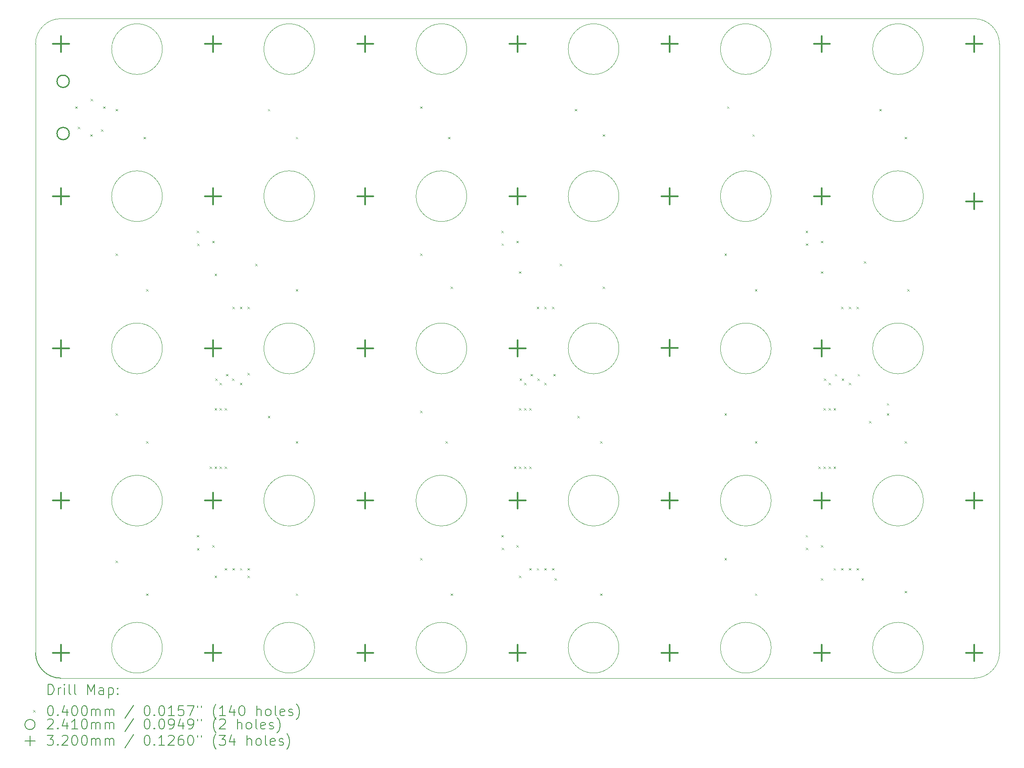
<source format=gbr>
%TF.GenerationSoftware,KiCad,Pcbnew,(6.0.7-1)-1*%
%TF.CreationDate,2023-08-08T09:05:19+02:00*%
%TF.ProjectId,BD-SMD_PD,42442d53-4d44-45f5-9044-2e6b69636164,rev?*%
%TF.SameCoordinates,Original*%
%TF.FileFunction,Drillmap*%
%TF.FilePolarity,Positive*%
%FSLAX45Y45*%
G04 Gerber Fmt 4.5, Leading zero omitted, Abs format (unit mm)*
G04 Created by KiCad (PCBNEW (6.0.7-1)-1) date 2023-08-08 09:05:19*
%MOMM*%
%LPD*%
G01*
G04 APERTURE LIST*
%ADD10C,0.100000*%
%ADD11C,0.200000*%
%ADD12C,0.040000*%
%ADD13C,0.241000*%
%ADD14C,0.320000*%
G04 APERTURE END LIST*
D10*
X13994900Y-16161500D02*
G75*
G03*
X13994900Y-16161500I-500000J0D01*
G01*
X29994900Y-19661500D02*
G75*
G03*
X30494900Y-19161500I0J500000D01*
G01*
X16994900Y-7261500D02*
G75*
G03*
X16994900Y-7261500I-500000J0D01*
G01*
X19994900Y-10161500D02*
G75*
G03*
X19994900Y-10161500I-500000J0D01*
G01*
X28994900Y-13161500D02*
G75*
G03*
X28994900Y-13161500I-500000J0D01*
G01*
X13994900Y-7261500D02*
G75*
G03*
X13994900Y-7261500I-500000J0D01*
G01*
X13994900Y-19061500D02*
G75*
G03*
X13994900Y-19061500I-500000J0D01*
G01*
X25994900Y-16161500D02*
G75*
G03*
X25994900Y-16161500I-500000J0D01*
G01*
X22994900Y-19061500D02*
G75*
G03*
X22994900Y-19061500I-500000J0D01*
G01*
X22994900Y-13161500D02*
G75*
G03*
X22994900Y-13161500I-500000J0D01*
G01*
X25994900Y-13161500D02*
G75*
G03*
X25994900Y-13161500I-500000J0D01*
G01*
X25994900Y-19061500D02*
G75*
G03*
X25994900Y-19061500I-500000J0D01*
G01*
X22994900Y-16161500D02*
G75*
G03*
X22994900Y-16161500I-500000J0D01*
G01*
X16994900Y-10161500D02*
G75*
G03*
X16994900Y-10161500I-500000J0D01*
G01*
X22994900Y-10161500D02*
G75*
G03*
X22994900Y-10161500I-500000J0D01*
G01*
X13994900Y-10161500D02*
G75*
G03*
X13994900Y-10161500I-500000J0D01*
G01*
X30494900Y-7161500D02*
G75*
G03*
X29994900Y-6661500I-500000J0D01*
G01*
X28994900Y-19061500D02*
G75*
G03*
X28994900Y-19061500I-500000J0D01*
G01*
X19994900Y-19061500D02*
G75*
G03*
X19994900Y-19061500I-500000J0D01*
G01*
X13994900Y-13161500D02*
G75*
G03*
X13994900Y-13161500I-500000J0D01*
G01*
X19994900Y-7261500D02*
G75*
G03*
X19994900Y-7261500I-500000J0D01*
G01*
X30494900Y-19161500D02*
X30494900Y-7161500D01*
X28994900Y-16161500D02*
G75*
G03*
X28994900Y-16161500I-500000J0D01*
G01*
X11494900Y-7161500D02*
X11494900Y-19161500D01*
X22994900Y-7261500D02*
G75*
G03*
X22994900Y-7261500I-500000J0D01*
G01*
X25994900Y-7261500D02*
G75*
G03*
X25994900Y-7261500I-500000J0D01*
G01*
X28994900Y-7261500D02*
G75*
G03*
X28994900Y-7261500I-500000J0D01*
G01*
X29994900Y-6661500D02*
X11994900Y-6661500D01*
X16994900Y-16161500D02*
G75*
G03*
X16994900Y-16161500I-500000J0D01*
G01*
X11994900Y-6661500D02*
G75*
G03*
X11494900Y-7161500I0J-500000D01*
G01*
X28994900Y-10161500D02*
G75*
G03*
X28994900Y-10161500I-500000J0D01*
G01*
X25994900Y-10161500D02*
G75*
G03*
X25994900Y-10161500I-500000J0D01*
G01*
X16994900Y-13161500D02*
G75*
G03*
X16994900Y-13161500I-500000J0D01*
G01*
D11*
X11494900Y-19161500D02*
G75*
G03*
X11994900Y-19661500I500000J0D01*
G01*
D10*
X19994900Y-13161500D02*
G75*
G03*
X19994900Y-13161500I-500000J0D01*
G01*
X19994900Y-16161500D02*
G75*
G03*
X19994900Y-16161500I-500000J0D01*
G01*
X11994900Y-19661500D02*
X29994900Y-19661500D01*
X16994900Y-19061500D02*
G75*
G03*
X16994900Y-19061500I-500000J0D01*
G01*
D11*
D12*
X12274900Y-8391500D02*
X12314900Y-8431500D01*
X12314900Y-8391500D02*
X12274900Y-8431500D01*
X12324900Y-8791500D02*
X12364900Y-8831500D01*
X12364900Y-8791500D02*
X12324900Y-8831500D01*
X12574900Y-8941500D02*
X12614900Y-8981500D01*
X12614900Y-8941500D02*
X12574900Y-8981500D01*
X12584650Y-8241500D02*
X12624650Y-8281500D01*
X12624650Y-8241500D02*
X12584650Y-8281500D01*
X12784650Y-8841500D02*
X12824650Y-8881500D01*
X12824650Y-8841500D02*
X12784650Y-8881500D01*
X12824900Y-8391500D02*
X12864900Y-8431500D01*
X12864900Y-8391500D02*
X12824900Y-8431500D01*
X13074900Y-8441500D02*
X13114900Y-8481500D01*
X13114900Y-8441500D02*
X13074900Y-8481500D01*
X13074900Y-11291500D02*
X13114900Y-11331500D01*
X13114900Y-11291500D02*
X13074900Y-11331500D01*
X13074900Y-14441500D02*
X13114900Y-14481500D01*
X13114900Y-14441500D02*
X13074900Y-14481500D01*
X13074900Y-17341500D02*
X13114900Y-17381500D01*
X13114900Y-17341500D02*
X13074900Y-17381500D01*
X13624900Y-8991500D02*
X13664900Y-9031500D01*
X13664900Y-8991500D02*
X13624900Y-9031500D01*
X13674900Y-11991500D02*
X13714900Y-12031500D01*
X13714900Y-11991500D02*
X13674900Y-12031500D01*
X13674900Y-14991500D02*
X13714900Y-15031500D01*
X13714900Y-14991500D02*
X13674900Y-15031500D01*
X13674900Y-17991500D02*
X13714900Y-18031500D01*
X13714900Y-17991500D02*
X13674900Y-18031500D01*
X14674900Y-10841500D02*
X14714900Y-10881500D01*
X14714900Y-10841500D02*
X14674900Y-10881500D01*
X14674900Y-16841500D02*
X14714900Y-16881500D01*
X14714900Y-16841500D02*
X14674900Y-16881500D01*
X14677400Y-17096500D02*
X14717400Y-17136500D01*
X14717400Y-17096500D02*
X14677400Y-17136500D01*
X14681650Y-11095750D02*
X14721650Y-11135750D01*
X14721650Y-11095750D02*
X14681650Y-11135750D01*
X14924900Y-15491500D02*
X14964900Y-15531500D01*
X14964900Y-15491500D02*
X14924900Y-15531500D01*
X14974900Y-11041500D02*
X15014900Y-11081500D01*
X15014900Y-11041500D02*
X14974900Y-11081500D01*
X14974900Y-17041500D02*
X15014900Y-17081500D01*
X15014900Y-17041500D02*
X14974900Y-17081500D01*
X15024900Y-11691500D02*
X15064900Y-11731500D01*
X15064900Y-11691500D02*
X15024900Y-11731500D01*
X15024900Y-14341500D02*
X15064900Y-14381500D01*
X15064900Y-14341500D02*
X15024900Y-14381500D01*
X15024900Y-15491500D02*
X15064900Y-15531500D01*
X15064900Y-15491500D02*
X15024900Y-15531500D01*
X15024900Y-17641500D02*
X15064900Y-17681500D01*
X15064900Y-17641500D02*
X15024900Y-17681500D01*
X15034900Y-13751500D02*
X15074900Y-13791500D01*
X15074900Y-13751500D02*
X15034900Y-13791500D01*
X15124900Y-13841500D02*
X15164900Y-13881500D01*
X15164900Y-13841500D02*
X15124900Y-13881500D01*
X15124900Y-14341500D02*
X15164900Y-14381500D01*
X15164900Y-14341500D02*
X15124900Y-14381500D01*
X15124900Y-15491500D02*
X15164900Y-15531500D01*
X15164900Y-15491500D02*
X15124900Y-15531500D01*
X15224900Y-14341500D02*
X15264900Y-14381500D01*
X15264900Y-14341500D02*
X15224900Y-14381500D01*
X15224900Y-15491500D02*
X15264900Y-15531500D01*
X15264900Y-15491500D02*
X15224900Y-15531500D01*
X15224900Y-17491500D02*
X15264900Y-17531500D01*
X15264900Y-17491500D02*
X15224900Y-17531500D01*
X15249900Y-13666500D02*
X15289900Y-13706500D01*
X15289900Y-13666500D02*
X15249900Y-13706500D01*
X15364900Y-13751500D02*
X15404900Y-13791500D01*
X15404900Y-13751500D02*
X15364900Y-13791500D01*
X15374900Y-12341500D02*
X15414900Y-12381500D01*
X15414900Y-12341500D02*
X15374900Y-12381500D01*
X15374900Y-17491500D02*
X15414900Y-17531500D01*
X15414900Y-17491500D02*
X15374900Y-17531500D01*
X15524900Y-12341500D02*
X15564900Y-12381500D01*
X15564900Y-12341500D02*
X15524900Y-12381500D01*
X15524900Y-13841500D02*
X15564900Y-13881500D01*
X15564900Y-13841500D02*
X15524900Y-13881500D01*
X15524900Y-17491500D02*
X15564900Y-17531500D01*
X15564900Y-17491500D02*
X15524900Y-17531500D01*
X15674900Y-12341500D02*
X15714900Y-12381500D01*
X15714900Y-12341500D02*
X15674900Y-12381500D01*
X15674900Y-13641500D02*
X15714900Y-13681500D01*
X15714900Y-13641500D02*
X15674900Y-13681500D01*
X15674900Y-17491500D02*
X15714900Y-17531500D01*
X15714900Y-17491500D02*
X15674900Y-17531500D01*
X15674900Y-17641500D02*
X15714900Y-17681500D01*
X15714900Y-17641500D02*
X15674900Y-17681500D01*
X15824900Y-11491500D02*
X15864900Y-11531500D01*
X15864900Y-11491500D02*
X15824900Y-11531500D01*
X16074900Y-8441500D02*
X16114900Y-8481500D01*
X16114900Y-8441500D02*
X16074900Y-8481500D01*
X16074900Y-14491500D02*
X16114900Y-14531500D01*
X16114900Y-14491500D02*
X16074900Y-14531500D01*
X16624900Y-8991500D02*
X16664900Y-9031500D01*
X16664900Y-8991500D02*
X16624900Y-9031500D01*
X16624900Y-11991500D02*
X16664900Y-12031500D01*
X16664900Y-11991500D02*
X16624900Y-12031500D01*
X16624900Y-14991500D02*
X16664900Y-15031500D01*
X16664900Y-14991500D02*
X16624900Y-15031500D01*
X16624900Y-17991500D02*
X16664900Y-18031500D01*
X16664900Y-17991500D02*
X16624900Y-18031500D01*
X19074900Y-8391500D02*
X19114900Y-8431500D01*
X19114900Y-8391500D02*
X19074900Y-8431500D01*
X19074900Y-11291500D02*
X19114900Y-11331500D01*
X19114900Y-11291500D02*
X19074900Y-11331500D01*
X19074900Y-14391500D02*
X19114900Y-14431500D01*
X19114900Y-14391500D02*
X19074900Y-14431500D01*
X19074900Y-17291500D02*
X19114900Y-17331500D01*
X19114900Y-17291500D02*
X19074900Y-17331500D01*
X19574900Y-14991500D02*
X19614900Y-15031500D01*
X19614900Y-14991500D02*
X19574900Y-15031500D01*
X19624900Y-8991500D02*
X19664900Y-9031500D01*
X19664900Y-8991500D02*
X19624900Y-9031500D01*
X19674900Y-11941500D02*
X19714900Y-11981500D01*
X19714900Y-11941500D02*
X19674900Y-11981500D01*
X19674900Y-17991500D02*
X19714900Y-18031500D01*
X19714900Y-17991500D02*
X19674900Y-18031500D01*
X20674900Y-10841500D02*
X20714900Y-10881500D01*
X20714900Y-10841500D02*
X20674900Y-10881500D01*
X20674900Y-16841500D02*
X20714900Y-16881500D01*
X20714900Y-16841500D02*
X20674900Y-16881500D01*
X20679349Y-11091500D02*
X20719349Y-11131500D01*
X20719349Y-11091500D02*
X20679349Y-11131500D01*
X20681650Y-17090750D02*
X20721650Y-17130750D01*
X20721650Y-17090750D02*
X20681650Y-17130750D01*
X20924900Y-15491500D02*
X20964900Y-15531500D01*
X20964900Y-15491500D02*
X20924900Y-15531500D01*
X20974900Y-11041500D02*
X21014900Y-11081500D01*
X21014900Y-11041500D02*
X20974900Y-11081500D01*
X20974900Y-17041500D02*
X21014900Y-17081500D01*
X21014900Y-17041500D02*
X20974900Y-17081500D01*
X21024900Y-11641500D02*
X21064900Y-11681500D01*
X21064900Y-11641500D02*
X21024900Y-11681500D01*
X21024900Y-14341500D02*
X21064900Y-14381500D01*
X21064900Y-14341500D02*
X21024900Y-14381500D01*
X21024900Y-15491500D02*
X21064900Y-15531500D01*
X21064900Y-15491500D02*
X21024900Y-15531500D01*
X21024900Y-17641500D02*
X21064900Y-17681500D01*
X21064900Y-17641500D02*
X21024900Y-17681500D01*
X21034900Y-13751500D02*
X21074900Y-13791500D01*
X21074900Y-13751500D02*
X21034900Y-13791500D01*
X21124900Y-13841500D02*
X21164900Y-13881500D01*
X21164900Y-13841500D02*
X21124900Y-13881500D01*
X21124900Y-14341500D02*
X21164900Y-14381500D01*
X21164900Y-14341500D02*
X21124900Y-14381500D01*
X21124900Y-15491500D02*
X21164900Y-15531500D01*
X21164900Y-15491500D02*
X21124900Y-15531500D01*
X21224900Y-14341500D02*
X21264900Y-14381500D01*
X21264900Y-14341500D02*
X21224900Y-14381500D01*
X21224900Y-15491500D02*
X21264900Y-15531500D01*
X21264900Y-15491500D02*
X21224900Y-15531500D01*
X21224900Y-17491500D02*
X21264900Y-17531500D01*
X21264900Y-17491500D02*
X21224900Y-17531500D01*
X21249900Y-13666500D02*
X21289900Y-13706500D01*
X21289900Y-13666500D02*
X21249900Y-13706500D01*
X21374900Y-12341500D02*
X21414900Y-12381500D01*
X21414900Y-12341500D02*
X21374900Y-12381500D01*
X21374900Y-17491500D02*
X21414900Y-17531500D01*
X21414900Y-17491500D02*
X21374900Y-17531500D01*
X21384900Y-13751500D02*
X21424900Y-13791500D01*
X21424900Y-13751500D02*
X21384900Y-13791500D01*
X21524900Y-12341500D02*
X21564900Y-12381500D01*
X21564900Y-12341500D02*
X21524900Y-12381500D01*
X21524900Y-13841500D02*
X21564900Y-13881500D01*
X21564900Y-13841500D02*
X21524900Y-13881500D01*
X21524900Y-17491500D02*
X21564900Y-17531500D01*
X21564900Y-17491500D02*
X21524900Y-17531500D01*
X21674900Y-12341500D02*
X21714900Y-12381500D01*
X21714900Y-12341500D02*
X21674900Y-12381500D01*
X21674900Y-17491500D02*
X21714900Y-17531500D01*
X21714900Y-17491500D02*
X21674900Y-17531500D01*
X21699900Y-13666500D02*
X21739900Y-13706500D01*
X21739900Y-13666500D02*
X21699900Y-13706500D01*
X21724900Y-17691500D02*
X21764900Y-17731500D01*
X21764900Y-17691500D02*
X21724900Y-17731500D01*
X21824900Y-11491500D02*
X21864900Y-11531500D01*
X21864900Y-11491500D02*
X21824900Y-11531500D01*
X22124900Y-8441500D02*
X22164900Y-8481500D01*
X22164900Y-8441500D02*
X22124900Y-8481500D01*
X22174900Y-14491500D02*
X22214900Y-14531500D01*
X22214900Y-14491500D02*
X22174900Y-14531500D01*
X22624900Y-14991500D02*
X22664900Y-15031500D01*
X22664900Y-14991500D02*
X22624900Y-15031500D01*
X22624900Y-17991500D02*
X22664900Y-18031500D01*
X22664900Y-17991500D02*
X22624900Y-18031500D01*
X22674900Y-8941500D02*
X22714900Y-8981500D01*
X22714900Y-8941500D02*
X22674900Y-8981500D01*
X22674900Y-11941500D02*
X22714900Y-11981500D01*
X22714900Y-11941500D02*
X22674900Y-11981500D01*
X25074900Y-11291500D02*
X25114900Y-11331500D01*
X25114900Y-11291500D02*
X25074900Y-11331500D01*
X25074900Y-14441500D02*
X25114900Y-14481500D01*
X25114900Y-14441500D02*
X25074900Y-14481500D01*
X25074900Y-17291500D02*
X25114900Y-17331500D01*
X25114900Y-17291500D02*
X25074900Y-17331500D01*
X25124900Y-8391500D02*
X25164900Y-8431500D01*
X25164900Y-8391500D02*
X25124900Y-8431500D01*
X25624900Y-8941500D02*
X25664900Y-8981500D01*
X25664900Y-8941500D02*
X25624900Y-8981500D01*
X25674900Y-11991500D02*
X25714900Y-12031500D01*
X25714900Y-11991500D02*
X25674900Y-12031500D01*
X25674900Y-14991500D02*
X25714900Y-15031500D01*
X25714900Y-14991500D02*
X25674900Y-15031500D01*
X25674900Y-17991500D02*
X25714900Y-18031500D01*
X25714900Y-17991500D02*
X25674900Y-18031500D01*
X26674900Y-10841500D02*
X26714900Y-10881500D01*
X26714900Y-10841500D02*
X26674900Y-10881500D01*
X26674900Y-16841500D02*
X26714900Y-16881500D01*
X26714900Y-16841500D02*
X26674900Y-16881500D01*
X26681650Y-11091500D02*
X26721650Y-11131500D01*
X26721650Y-11091500D02*
X26681650Y-11131500D01*
X26681650Y-17091500D02*
X26721650Y-17131500D01*
X26721650Y-17091500D02*
X26681650Y-17131500D01*
X26924900Y-15491500D02*
X26964900Y-15531500D01*
X26964900Y-15491500D02*
X26924900Y-15531500D01*
X26974900Y-11041500D02*
X27014900Y-11081500D01*
X27014900Y-11041500D02*
X26974900Y-11081500D01*
X26974900Y-11641500D02*
X27014900Y-11681500D01*
X27014900Y-11641500D02*
X26974900Y-11681500D01*
X26974900Y-17041500D02*
X27014900Y-17081500D01*
X27014900Y-17041500D02*
X26974900Y-17081500D01*
X26974900Y-17691500D02*
X27014900Y-17731500D01*
X27014900Y-17691500D02*
X26974900Y-17731500D01*
X27024900Y-14341500D02*
X27064900Y-14381500D01*
X27064900Y-14341500D02*
X27024900Y-14381500D01*
X27024900Y-15491500D02*
X27064900Y-15531500D01*
X27064900Y-15491500D02*
X27024900Y-15531500D01*
X27034900Y-13751500D02*
X27074900Y-13791500D01*
X27074900Y-13751500D02*
X27034900Y-13791500D01*
X27124900Y-13841500D02*
X27164900Y-13881500D01*
X27164900Y-13841500D02*
X27124900Y-13881500D01*
X27124900Y-14341500D02*
X27164900Y-14381500D01*
X27164900Y-14341500D02*
X27124900Y-14381500D01*
X27124900Y-15491500D02*
X27164900Y-15531500D01*
X27164900Y-15491500D02*
X27124900Y-15531500D01*
X27224900Y-14341500D02*
X27264900Y-14381500D01*
X27264900Y-14341500D02*
X27224900Y-14381500D01*
X27224900Y-15491500D02*
X27264900Y-15531500D01*
X27264900Y-15491500D02*
X27224900Y-15531500D01*
X27224900Y-17491500D02*
X27264900Y-17531500D01*
X27264900Y-17491500D02*
X27224900Y-17531500D01*
X27249900Y-13666500D02*
X27289900Y-13706500D01*
X27289900Y-13666500D02*
X27249900Y-13706500D01*
X27374900Y-12341500D02*
X27414900Y-12381500D01*
X27414900Y-12341500D02*
X27374900Y-12381500D01*
X27374900Y-17491500D02*
X27414900Y-17531500D01*
X27414900Y-17491500D02*
X27374900Y-17531500D01*
X27384900Y-13751500D02*
X27424900Y-13791500D01*
X27424900Y-13751500D02*
X27384900Y-13791500D01*
X27524900Y-12341500D02*
X27564900Y-12381500D01*
X27564900Y-12341500D02*
X27524900Y-12381500D01*
X27524900Y-13841500D02*
X27564900Y-13881500D01*
X27564900Y-13841500D02*
X27524900Y-13881500D01*
X27524900Y-17491500D02*
X27564900Y-17531500D01*
X27564900Y-17491500D02*
X27524900Y-17531500D01*
X27674900Y-12341500D02*
X27714900Y-12381500D01*
X27714900Y-12341500D02*
X27674900Y-12381500D01*
X27674900Y-17491500D02*
X27714900Y-17531500D01*
X27714900Y-17491500D02*
X27674900Y-17531500D01*
X27699900Y-13666500D02*
X27739900Y-13706500D01*
X27739900Y-13666500D02*
X27699900Y-13706500D01*
X27774900Y-17691500D02*
X27814900Y-17731500D01*
X27814900Y-17691500D02*
X27774900Y-17731500D01*
X27824900Y-11441500D02*
X27864900Y-11481500D01*
X27864900Y-11441500D02*
X27824900Y-11481500D01*
X27924900Y-14591500D02*
X27964900Y-14631500D01*
X27964900Y-14591500D02*
X27924900Y-14631500D01*
X28124900Y-8441500D02*
X28164900Y-8481500D01*
X28164900Y-8441500D02*
X28124900Y-8481500D01*
X28274900Y-14241500D02*
X28314900Y-14281500D01*
X28314900Y-14241500D02*
X28274900Y-14281500D01*
X28274900Y-14441500D02*
X28314900Y-14481500D01*
X28314900Y-14441500D02*
X28274900Y-14481500D01*
X28624900Y-8991500D02*
X28664900Y-9031500D01*
X28664900Y-8991500D02*
X28624900Y-9031500D01*
X28624900Y-14991500D02*
X28664900Y-15031500D01*
X28664900Y-14991500D02*
X28624900Y-15031500D01*
X28624900Y-17941500D02*
X28664900Y-17981500D01*
X28664900Y-17941500D02*
X28624900Y-17981500D01*
X28674900Y-11991500D02*
X28714900Y-12031500D01*
X28714900Y-11991500D02*
X28674900Y-12031500D01*
D13*
X12158650Y-7896500D02*
G75*
G03*
X12158650Y-7896500I-120500J0D01*
G01*
X12158650Y-8926500D02*
G75*
G03*
X12158650Y-8926500I-120500J0D01*
G01*
D14*
X11994900Y-7001500D02*
X11994900Y-7321500D01*
X11834900Y-7161500D02*
X12154900Y-7161500D01*
X11994900Y-10001500D02*
X11994900Y-10321500D01*
X11834900Y-10161500D02*
X12154900Y-10161500D01*
X11994900Y-13001500D02*
X11994900Y-13321500D01*
X11834900Y-13161500D02*
X12154900Y-13161500D01*
X11994900Y-16001500D02*
X11994900Y-16321500D01*
X11834900Y-16161500D02*
X12154900Y-16161500D01*
X11994900Y-19001500D02*
X11994900Y-19321500D01*
X11834900Y-19161500D02*
X12154900Y-19161500D01*
X14994900Y-7001500D02*
X14994900Y-7321500D01*
X14834900Y-7161500D02*
X15154900Y-7161500D01*
X14994900Y-10001500D02*
X14994900Y-10321500D01*
X14834900Y-10161500D02*
X15154900Y-10161500D01*
X14994900Y-13001500D02*
X14994900Y-13321500D01*
X14834900Y-13161500D02*
X15154900Y-13161500D01*
X14994900Y-16001500D02*
X14994900Y-16321500D01*
X14834900Y-16161500D02*
X15154900Y-16161500D01*
X14994900Y-19001500D02*
X14994900Y-19321500D01*
X14834900Y-19161500D02*
X15154900Y-19161500D01*
X17994900Y-7001500D02*
X17994900Y-7321500D01*
X17834900Y-7161500D02*
X18154900Y-7161500D01*
X17994900Y-10001500D02*
X17994900Y-10321500D01*
X17834900Y-10161500D02*
X18154900Y-10161500D01*
X17994900Y-13001500D02*
X17994900Y-13321500D01*
X17834900Y-13161500D02*
X18154900Y-13161500D01*
X17994900Y-16001500D02*
X17994900Y-16321500D01*
X17834900Y-16161500D02*
X18154900Y-16161500D01*
X17994900Y-19001500D02*
X17994900Y-19321500D01*
X17834900Y-19161500D02*
X18154900Y-19161500D01*
X20994900Y-7001500D02*
X20994900Y-7321500D01*
X20834900Y-7161500D02*
X21154900Y-7161500D01*
X20994900Y-10001500D02*
X20994900Y-10321500D01*
X20834900Y-10161500D02*
X21154900Y-10161500D01*
X20994900Y-13001500D02*
X20994900Y-13321500D01*
X20834900Y-13161500D02*
X21154900Y-13161500D01*
X20994900Y-16001500D02*
X20994900Y-16321500D01*
X20834900Y-16161500D02*
X21154900Y-16161500D01*
X20994900Y-19001500D02*
X20994900Y-19321500D01*
X20834900Y-19161500D02*
X21154900Y-19161500D01*
X23994900Y-7001500D02*
X23994900Y-7321500D01*
X23834900Y-7161500D02*
X24154900Y-7161500D01*
X23994900Y-10001500D02*
X23994900Y-10321500D01*
X23834900Y-10161500D02*
X24154900Y-10161500D01*
X23994900Y-12994400D02*
X23994900Y-13314400D01*
X23834900Y-13154400D02*
X24154900Y-13154400D01*
X23994900Y-16001500D02*
X23994900Y-16321500D01*
X23834900Y-16161500D02*
X24154900Y-16161500D01*
X23994900Y-19001500D02*
X23994900Y-19321500D01*
X23834900Y-19161500D02*
X24154900Y-19161500D01*
X26994900Y-7001500D02*
X26994900Y-7321500D01*
X26834900Y-7161500D02*
X27154900Y-7161500D01*
X26994900Y-10001500D02*
X26994900Y-10321500D01*
X26834900Y-10161500D02*
X27154900Y-10161500D01*
X26994900Y-13001500D02*
X26994900Y-13321500D01*
X26834900Y-13161500D02*
X27154900Y-13161500D01*
X26994900Y-16001500D02*
X26994900Y-16321500D01*
X26834900Y-16161500D02*
X27154900Y-16161500D01*
X26994900Y-19001500D02*
X26994900Y-19321500D01*
X26834900Y-19161500D02*
X27154900Y-19161500D01*
X29994900Y-7001500D02*
X29994900Y-7321500D01*
X29834900Y-7161500D02*
X30154900Y-7161500D01*
X29994900Y-10101500D02*
X29994900Y-10421500D01*
X29834900Y-10261500D02*
X30154900Y-10261500D01*
X29994900Y-16001500D02*
X29994900Y-16321500D01*
X29834900Y-16161500D02*
X30154900Y-16161500D01*
X29994900Y-19001500D02*
X29994900Y-19321500D01*
X29834900Y-19161500D02*
X30154900Y-19161500D01*
D11*
X11742519Y-19981976D02*
X11742519Y-19781976D01*
X11790138Y-19781976D01*
X11818709Y-19791500D01*
X11837757Y-19810548D01*
X11847281Y-19829595D01*
X11856805Y-19867690D01*
X11856805Y-19896262D01*
X11847281Y-19934357D01*
X11837757Y-19953405D01*
X11818709Y-19972452D01*
X11790138Y-19981976D01*
X11742519Y-19981976D01*
X11942519Y-19981976D02*
X11942519Y-19848643D01*
X11942519Y-19886738D02*
X11952043Y-19867690D01*
X11961567Y-19858167D01*
X11980614Y-19848643D01*
X11999662Y-19848643D01*
X12066328Y-19981976D02*
X12066328Y-19848643D01*
X12066328Y-19781976D02*
X12056805Y-19791500D01*
X12066328Y-19801024D01*
X12075852Y-19791500D01*
X12066328Y-19781976D01*
X12066328Y-19801024D01*
X12190138Y-19981976D02*
X12171090Y-19972452D01*
X12161567Y-19953405D01*
X12161567Y-19781976D01*
X12294900Y-19981976D02*
X12275852Y-19972452D01*
X12266328Y-19953405D01*
X12266328Y-19781976D01*
X12523471Y-19981976D02*
X12523471Y-19781976D01*
X12590138Y-19924833D01*
X12656805Y-19781976D01*
X12656805Y-19981976D01*
X12837757Y-19981976D02*
X12837757Y-19877214D01*
X12828233Y-19858167D01*
X12809186Y-19848643D01*
X12771090Y-19848643D01*
X12752043Y-19858167D01*
X12837757Y-19972452D02*
X12818709Y-19981976D01*
X12771090Y-19981976D01*
X12752043Y-19972452D01*
X12742519Y-19953405D01*
X12742519Y-19934357D01*
X12752043Y-19915310D01*
X12771090Y-19905786D01*
X12818709Y-19905786D01*
X12837757Y-19896262D01*
X12932995Y-19848643D02*
X12932995Y-20048643D01*
X12932995Y-19858167D02*
X12952043Y-19848643D01*
X12990138Y-19848643D01*
X13009186Y-19858167D01*
X13018709Y-19867690D01*
X13028233Y-19886738D01*
X13028233Y-19943881D01*
X13018709Y-19962929D01*
X13009186Y-19972452D01*
X12990138Y-19981976D01*
X12952043Y-19981976D01*
X12932995Y-19972452D01*
X13113948Y-19962929D02*
X13123471Y-19972452D01*
X13113948Y-19981976D01*
X13104424Y-19972452D01*
X13113948Y-19962929D01*
X13113948Y-19981976D01*
X13113948Y-19858167D02*
X13123471Y-19867690D01*
X13113948Y-19877214D01*
X13104424Y-19867690D01*
X13113948Y-19858167D01*
X13113948Y-19877214D01*
D12*
X11444900Y-20291500D02*
X11484900Y-20331500D01*
X11484900Y-20291500D02*
X11444900Y-20331500D01*
D11*
X11780614Y-20201976D02*
X11799662Y-20201976D01*
X11818709Y-20211500D01*
X11828233Y-20221024D01*
X11837757Y-20240071D01*
X11847281Y-20278167D01*
X11847281Y-20325786D01*
X11837757Y-20363881D01*
X11828233Y-20382929D01*
X11818709Y-20392452D01*
X11799662Y-20401976D01*
X11780614Y-20401976D01*
X11761567Y-20392452D01*
X11752043Y-20382929D01*
X11742519Y-20363881D01*
X11732995Y-20325786D01*
X11732995Y-20278167D01*
X11742519Y-20240071D01*
X11752043Y-20221024D01*
X11761567Y-20211500D01*
X11780614Y-20201976D01*
X11932995Y-20382929D02*
X11942519Y-20392452D01*
X11932995Y-20401976D01*
X11923471Y-20392452D01*
X11932995Y-20382929D01*
X11932995Y-20401976D01*
X12113948Y-20268643D02*
X12113948Y-20401976D01*
X12066328Y-20192452D02*
X12018709Y-20335310D01*
X12142519Y-20335310D01*
X12256805Y-20201976D02*
X12275852Y-20201976D01*
X12294900Y-20211500D01*
X12304424Y-20221024D01*
X12313948Y-20240071D01*
X12323471Y-20278167D01*
X12323471Y-20325786D01*
X12313948Y-20363881D01*
X12304424Y-20382929D01*
X12294900Y-20392452D01*
X12275852Y-20401976D01*
X12256805Y-20401976D01*
X12237757Y-20392452D01*
X12228233Y-20382929D01*
X12218709Y-20363881D01*
X12209186Y-20325786D01*
X12209186Y-20278167D01*
X12218709Y-20240071D01*
X12228233Y-20221024D01*
X12237757Y-20211500D01*
X12256805Y-20201976D01*
X12447281Y-20201976D02*
X12466328Y-20201976D01*
X12485376Y-20211500D01*
X12494900Y-20221024D01*
X12504424Y-20240071D01*
X12513948Y-20278167D01*
X12513948Y-20325786D01*
X12504424Y-20363881D01*
X12494900Y-20382929D01*
X12485376Y-20392452D01*
X12466328Y-20401976D01*
X12447281Y-20401976D01*
X12428233Y-20392452D01*
X12418709Y-20382929D01*
X12409186Y-20363881D01*
X12399662Y-20325786D01*
X12399662Y-20278167D01*
X12409186Y-20240071D01*
X12418709Y-20221024D01*
X12428233Y-20211500D01*
X12447281Y-20201976D01*
X12599662Y-20401976D02*
X12599662Y-20268643D01*
X12599662Y-20287690D02*
X12609186Y-20278167D01*
X12628233Y-20268643D01*
X12656805Y-20268643D01*
X12675852Y-20278167D01*
X12685376Y-20297214D01*
X12685376Y-20401976D01*
X12685376Y-20297214D02*
X12694900Y-20278167D01*
X12713948Y-20268643D01*
X12742519Y-20268643D01*
X12761567Y-20278167D01*
X12771090Y-20297214D01*
X12771090Y-20401976D01*
X12866328Y-20401976D02*
X12866328Y-20268643D01*
X12866328Y-20287690D02*
X12875852Y-20278167D01*
X12894900Y-20268643D01*
X12923471Y-20268643D01*
X12942519Y-20278167D01*
X12952043Y-20297214D01*
X12952043Y-20401976D01*
X12952043Y-20297214D02*
X12961567Y-20278167D01*
X12980614Y-20268643D01*
X13009186Y-20268643D01*
X13028233Y-20278167D01*
X13037757Y-20297214D01*
X13037757Y-20401976D01*
X13428233Y-20192452D02*
X13256805Y-20449595D01*
X13685376Y-20201976D02*
X13704424Y-20201976D01*
X13723471Y-20211500D01*
X13732995Y-20221024D01*
X13742519Y-20240071D01*
X13752043Y-20278167D01*
X13752043Y-20325786D01*
X13742519Y-20363881D01*
X13732995Y-20382929D01*
X13723471Y-20392452D01*
X13704424Y-20401976D01*
X13685376Y-20401976D01*
X13666328Y-20392452D01*
X13656805Y-20382929D01*
X13647281Y-20363881D01*
X13637757Y-20325786D01*
X13637757Y-20278167D01*
X13647281Y-20240071D01*
X13656805Y-20221024D01*
X13666328Y-20211500D01*
X13685376Y-20201976D01*
X13837757Y-20382929D02*
X13847281Y-20392452D01*
X13837757Y-20401976D01*
X13828233Y-20392452D01*
X13837757Y-20382929D01*
X13837757Y-20401976D01*
X13971090Y-20201976D02*
X13990138Y-20201976D01*
X14009186Y-20211500D01*
X14018709Y-20221024D01*
X14028233Y-20240071D01*
X14037757Y-20278167D01*
X14037757Y-20325786D01*
X14028233Y-20363881D01*
X14018709Y-20382929D01*
X14009186Y-20392452D01*
X13990138Y-20401976D01*
X13971090Y-20401976D01*
X13952043Y-20392452D01*
X13942519Y-20382929D01*
X13932995Y-20363881D01*
X13923471Y-20325786D01*
X13923471Y-20278167D01*
X13932995Y-20240071D01*
X13942519Y-20221024D01*
X13952043Y-20211500D01*
X13971090Y-20201976D01*
X14228233Y-20401976D02*
X14113948Y-20401976D01*
X14171090Y-20401976D02*
X14171090Y-20201976D01*
X14152043Y-20230548D01*
X14132995Y-20249595D01*
X14113948Y-20259119D01*
X14409186Y-20201976D02*
X14313948Y-20201976D01*
X14304424Y-20297214D01*
X14313948Y-20287690D01*
X14332995Y-20278167D01*
X14380614Y-20278167D01*
X14399662Y-20287690D01*
X14409186Y-20297214D01*
X14418709Y-20316262D01*
X14418709Y-20363881D01*
X14409186Y-20382929D01*
X14399662Y-20392452D01*
X14380614Y-20401976D01*
X14332995Y-20401976D01*
X14313948Y-20392452D01*
X14304424Y-20382929D01*
X14485376Y-20201976D02*
X14618709Y-20201976D01*
X14532995Y-20401976D01*
X14685376Y-20201976D02*
X14685376Y-20240071D01*
X14761567Y-20201976D02*
X14761567Y-20240071D01*
X15056805Y-20478167D02*
X15047281Y-20468643D01*
X15028233Y-20440071D01*
X15018709Y-20421024D01*
X15009186Y-20392452D01*
X14999662Y-20344833D01*
X14999662Y-20306738D01*
X15009186Y-20259119D01*
X15018709Y-20230548D01*
X15028233Y-20211500D01*
X15047281Y-20182929D01*
X15056805Y-20173405D01*
X15237757Y-20401976D02*
X15123471Y-20401976D01*
X15180614Y-20401976D02*
X15180614Y-20201976D01*
X15161567Y-20230548D01*
X15142519Y-20249595D01*
X15123471Y-20259119D01*
X15409186Y-20268643D02*
X15409186Y-20401976D01*
X15361567Y-20192452D02*
X15313948Y-20335310D01*
X15437757Y-20335310D01*
X15552043Y-20201976D02*
X15571090Y-20201976D01*
X15590138Y-20211500D01*
X15599662Y-20221024D01*
X15609186Y-20240071D01*
X15618709Y-20278167D01*
X15618709Y-20325786D01*
X15609186Y-20363881D01*
X15599662Y-20382929D01*
X15590138Y-20392452D01*
X15571090Y-20401976D01*
X15552043Y-20401976D01*
X15532995Y-20392452D01*
X15523471Y-20382929D01*
X15513948Y-20363881D01*
X15504424Y-20325786D01*
X15504424Y-20278167D01*
X15513948Y-20240071D01*
X15523471Y-20221024D01*
X15532995Y-20211500D01*
X15552043Y-20201976D01*
X15856805Y-20401976D02*
X15856805Y-20201976D01*
X15942519Y-20401976D02*
X15942519Y-20297214D01*
X15932995Y-20278167D01*
X15913948Y-20268643D01*
X15885376Y-20268643D01*
X15866328Y-20278167D01*
X15856805Y-20287690D01*
X16066328Y-20401976D02*
X16047281Y-20392452D01*
X16037757Y-20382929D01*
X16028233Y-20363881D01*
X16028233Y-20306738D01*
X16037757Y-20287690D01*
X16047281Y-20278167D01*
X16066328Y-20268643D01*
X16094900Y-20268643D01*
X16113948Y-20278167D01*
X16123471Y-20287690D01*
X16132995Y-20306738D01*
X16132995Y-20363881D01*
X16123471Y-20382929D01*
X16113948Y-20392452D01*
X16094900Y-20401976D01*
X16066328Y-20401976D01*
X16247281Y-20401976D02*
X16228233Y-20392452D01*
X16218709Y-20373405D01*
X16218709Y-20201976D01*
X16399662Y-20392452D02*
X16380614Y-20401976D01*
X16342519Y-20401976D01*
X16323471Y-20392452D01*
X16313948Y-20373405D01*
X16313948Y-20297214D01*
X16323471Y-20278167D01*
X16342519Y-20268643D01*
X16380614Y-20268643D01*
X16399662Y-20278167D01*
X16409186Y-20297214D01*
X16409186Y-20316262D01*
X16313948Y-20335310D01*
X16485376Y-20392452D02*
X16504424Y-20401976D01*
X16542519Y-20401976D01*
X16561567Y-20392452D01*
X16571090Y-20373405D01*
X16571090Y-20363881D01*
X16561567Y-20344833D01*
X16542519Y-20335310D01*
X16513948Y-20335310D01*
X16494900Y-20325786D01*
X16485376Y-20306738D01*
X16485376Y-20297214D01*
X16494900Y-20278167D01*
X16513948Y-20268643D01*
X16542519Y-20268643D01*
X16561567Y-20278167D01*
X16637757Y-20478167D02*
X16647281Y-20468643D01*
X16666328Y-20440071D01*
X16675852Y-20421024D01*
X16685376Y-20392452D01*
X16694900Y-20344833D01*
X16694900Y-20306738D01*
X16685376Y-20259119D01*
X16675852Y-20230548D01*
X16666328Y-20211500D01*
X16647281Y-20182929D01*
X16637757Y-20173405D01*
X11484900Y-20575500D02*
G75*
G03*
X11484900Y-20575500I-100000J0D01*
G01*
X11732995Y-20485024D02*
X11742519Y-20475500D01*
X11761567Y-20465976D01*
X11809186Y-20465976D01*
X11828233Y-20475500D01*
X11837757Y-20485024D01*
X11847281Y-20504071D01*
X11847281Y-20523119D01*
X11837757Y-20551690D01*
X11723471Y-20665976D01*
X11847281Y-20665976D01*
X11932995Y-20646929D02*
X11942519Y-20656452D01*
X11932995Y-20665976D01*
X11923471Y-20656452D01*
X11932995Y-20646929D01*
X11932995Y-20665976D01*
X12113948Y-20532643D02*
X12113948Y-20665976D01*
X12066328Y-20456452D02*
X12018709Y-20599310D01*
X12142519Y-20599310D01*
X12323471Y-20665976D02*
X12209186Y-20665976D01*
X12266328Y-20665976D02*
X12266328Y-20465976D01*
X12247281Y-20494548D01*
X12228233Y-20513595D01*
X12209186Y-20523119D01*
X12447281Y-20465976D02*
X12466328Y-20465976D01*
X12485376Y-20475500D01*
X12494900Y-20485024D01*
X12504424Y-20504071D01*
X12513948Y-20542167D01*
X12513948Y-20589786D01*
X12504424Y-20627881D01*
X12494900Y-20646929D01*
X12485376Y-20656452D01*
X12466328Y-20665976D01*
X12447281Y-20665976D01*
X12428233Y-20656452D01*
X12418709Y-20646929D01*
X12409186Y-20627881D01*
X12399662Y-20589786D01*
X12399662Y-20542167D01*
X12409186Y-20504071D01*
X12418709Y-20485024D01*
X12428233Y-20475500D01*
X12447281Y-20465976D01*
X12599662Y-20665976D02*
X12599662Y-20532643D01*
X12599662Y-20551690D02*
X12609186Y-20542167D01*
X12628233Y-20532643D01*
X12656805Y-20532643D01*
X12675852Y-20542167D01*
X12685376Y-20561214D01*
X12685376Y-20665976D01*
X12685376Y-20561214D02*
X12694900Y-20542167D01*
X12713948Y-20532643D01*
X12742519Y-20532643D01*
X12761567Y-20542167D01*
X12771090Y-20561214D01*
X12771090Y-20665976D01*
X12866328Y-20665976D02*
X12866328Y-20532643D01*
X12866328Y-20551690D02*
X12875852Y-20542167D01*
X12894900Y-20532643D01*
X12923471Y-20532643D01*
X12942519Y-20542167D01*
X12952043Y-20561214D01*
X12952043Y-20665976D01*
X12952043Y-20561214D02*
X12961567Y-20542167D01*
X12980614Y-20532643D01*
X13009186Y-20532643D01*
X13028233Y-20542167D01*
X13037757Y-20561214D01*
X13037757Y-20665976D01*
X13428233Y-20456452D02*
X13256805Y-20713595D01*
X13685376Y-20465976D02*
X13704424Y-20465976D01*
X13723471Y-20475500D01*
X13732995Y-20485024D01*
X13742519Y-20504071D01*
X13752043Y-20542167D01*
X13752043Y-20589786D01*
X13742519Y-20627881D01*
X13732995Y-20646929D01*
X13723471Y-20656452D01*
X13704424Y-20665976D01*
X13685376Y-20665976D01*
X13666328Y-20656452D01*
X13656805Y-20646929D01*
X13647281Y-20627881D01*
X13637757Y-20589786D01*
X13637757Y-20542167D01*
X13647281Y-20504071D01*
X13656805Y-20485024D01*
X13666328Y-20475500D01*
X13685376Y-20465976D01*
X13837757Y-20646929D02*
X13847281Y-20656452D01*
X13837757Y-20665976D01*
X13828233Y-20656452D01*
X13837757Y-20646929D01*
X13837757Y-20665976D01*
X13971090Y-20465976D02*
X13990138Y-20465976D01*
X14009186Y-20475500D01*
X14018709Y-20485024D01*
X14028233Y-20504071D01*
X14037757Y-20542167D01*
X14037757Y-20589786D01*
X14028233Y-20627881D01*
X14018709Y-20646929D01*
X14009186Y-20656452D01*
X13990138Y-20665976D01*
X13971090Y-20665976D01*
X13952043Y-20656452D01*
X13942519Y-20646929D01*
X13932995Y-20627881D01*
X13923471Y-20589786D01*
X13923471Y-20542167D01*
X13932995Y-20504071D01*
X13942519Y-20485024D01*
X13952043Y-20475500D01*
X13971090Y-20465976D01*
X14132995Y-20665976D02*
X14171090Y-20665976D01*
X14190138Y-20656452D01*
X14199662Y-20646929D01*
X14218709Y-20618357D01*
X14228233Y-20580262D01*
X14228233Y-20504071D01*
X14218709Y-20485024D01*
X14209186Y-20475500D01*
X14190138Y-20465976D01*
X14152043Y-20465976D01*
X14132995Y-20475500D01*
X14123471Y-20485024D01*
X14113948Y-20504071D01*
X14113948Y-20551690D01*
X14123471Y-20570738D01*
X14132995Y-20580262D01*
X14152043Y-20589786D01*
X14190138Y-20589786D01*
X14209186Y-20580262D01*
X14218709Y-20570738D01*
X14228233Y-20551690D01*
X14399662Y-20532643D02*
X14399662Y-20665976D01*
X14352043Y-20456452D02*
X14304424Y-20599310D01*
X14428233Y-20599310D01*
X14513948Y-20665976D02*
X14552043Y-20665976D01*
X14571090Y-20656452D01*
X14580614Y-20646929D01*
X14599662Y-20618357D01*
X14609186Y-20580262D01*
X14609186Y-20504071D01*
X14599662Y-20485024D01*
X14590138Y-20475500D01*
X14571090Y-20465976D01*
X14532995Y-20465976D01*
X14513948Y-20475500D01*
X14504424Y-20485024D01*
X14494900Y-20504071D01*
X14494900Y-20551690D01*
X14504424Y-20570738D01*
X14513948Y-20580262D01*
X14532995Y-20589786D01*
X14571090Y-20589786D01*
X14590138Y-20580262D01*
X14599662Y-20570738D01*
X14609186Y-20551690D01*
X14685376Y-20465976D02*
X14685376Y-20504071D01*
X14761567Y-20465976D02*
X14761567Y-20504071D01*
X15056805Y-20742167D02*
X15047281Y-20732643D01*
X15028233Y-20704071D01*
X15018709Y-20685024D01*
X15009186Y-20656452D01*
X14999662Y-20608833D01*
X14999662Y-20570738D01*
X15009186Y-20523119D01*
X15018709Y-20494548D01*
X15028233Y-20475500D01*
X15047281Y-20446929D01*
X15056805Y-20437405D01*
X15123471Y-20485024D02*
X15132995Y-20475500D01*
X15152043Y-20465976D01*
X15199662Y-20465976D01*
X15218709Y-20475500D01*
X15228233Y-20485024D01*
X15237757Y-20504071D01*
X15237757Y-20523119D01*
X15228233Y-20551690D01*
X15113948Y-20665976D01*
X15237757Y-20665976D01*
X15475852Y-20665976D02*
X15475852Y-20465976D01*
X15561567Y-20665976D02*
X15561567Y-20561214D01*
X15552043Y-20542167D01*
X15532995Y-20532643D01*
X15504424Y-20532643D01*
X15485376Y-20542167D01*
X15475852Y-20551690D01*
X15685376Y-20665976D02*
X15666328Y-20656452D01*
X15656805Y-20646929D01*
X15647281Y-20627881D01*
X15647281Y-20570738D01*
X15656805Y-20551690D01*
X15666328Y-20542167D01*
X15685376Y-20532643D01*
X15713948Y-20532643D01*
X15732995Y-20542167D01*
X15742519Y-20551690D01*
X15752043Y-20570738D01*
X15752043Y-20627881D01*
X15742519Y-20646929D01*
X15732995Y-20656452D01*
X15713948Y-20665976D01*
X15685376Y-20665976D01*
X15866328Y-20665976D02*
X15847281Y-20656452D01*
X15837757Y-20637405D01*
X15837757Y-20465976D01*
X16018709Y-20656452D02*
X15999662Y-20665976D01*
X15961567Y-20665976D01*
X15942519Y-20656452D01*
X15932995Y-20637405D01*
X15932995Y-20561214D01*
X15942519Y-20542167D01*
X15961567Y-20532643D01*
X15999662Y-20532643D01*
X16018709Y-20542167D01*
X16028233Y-20561214D01*
X16028233Y-20580262D01*
X15932995Y-20599310D01*
X16104424Y-20656452D02*
X16123471Y-20665976D01*
X16161567Y-20665976D01*
X16180614Y-20656452D01*
X16190138Y-20637405D01*
X16190138Y-20627881D01*
X16180614Y-20608833D01*
X16161567Y-20599310D01*
X16132995Y-20599310D01*
X16113948Y-20589786D01*
X16104424Y-20570738D01*
X16104424Y-20561214D01*
X16113948Y-20542167D01*
X16132995Y-20532643D01*
X16161567Y-20532643D01*
X16180614Y-20542167D01*
X16256805Y-20742167D02*
X16266328Y-20732643D01*
X16285376Y-20704071D01*
X16294900Y-20685024D01*
X16304424Y-20656452D01*
X16313948Y-20608833D01*
X16313948Y-20570738D01*
X16304424Y-20523119D01*
X16294900Y-20494548D01*
X16285376Y-20475500D01*
X16266328Y-20446929D01*
X16256805Y-20437405D01*
X11384900Y-20795500D02*
X11384900Y-20995500D01*
X11284900Y-20895500D02*
X11484900Y-20895500D01*
X11723471Y-20785976D02*
X11847281Y-20785976D01*
X11780614Y-20862167D01*
X11809186Y-20862167D01*
X11828233Y-20871690D01*
X11837757Y-20881214D01*
X11847281Y-20900262D01*
X11847281Y-20947881D01*
X11837757Y-20966929D01*
X11828233Y-20976452D01*
X11809186Y-20985976D01*
X11752043Y-20985976D01*
X11732995Y-20976452D01*
X11723471Y-20966929D01*
X11932995Y-20966929D02*
X11942519Y-20976452D01*
X11932995Y-20985976D01*
X11923471Y-20976452D01*
X11932995Y-20966929D01*
X11932995Y-20985976D01*
X12018709Y-20805024D02*
X12028233Y-20795500D01*
X12047281Y-20785976D01*
X12094900Y-20785976D01*
X12113948Y-20795500D01*
X12123471Y-20805024D01*
X12132995Y-20824071D01*
X12132995Y-20843119D01*
X12123471Y-20871690D01*
X12009186Y-20985976D01*
X12132995Y-20985976D01*
X12256805Y-20785976D02*
X12275852Y-20785976D01*
X12294900Y-20795500D01*
X12304424Y-20805024D01*
X12313948Y-20824071D01*
X12323471Y-20862167D01*
X12323471Y-20909786D01*
X12313948Y-20947881D01*
X12304424Y-20966929D01*
X12294900Y-20976452D01*
X12275852Y-20985976D01*
X12256805Y-20985976D01*
X12237757Y-20976452D01*
X12228233Y-20966929D01*
X12218709Y-20947881D01*
X12209186Y-20909786D01*
X12209186Y-20862167D01*
X12218709Y-20824071D01*
X12228233Y-20805024D01*
X12237757Y-20795500D01*
X12256805Y-20785976D01*
X12447281Y-20785976D02*
X12466328Y-20785976D01*
X12485376Y-20795500D01*
X12494900Y-20805024D01*
X12504424Y-20824071D01*
X12513948Y-20862167D01*
X12513948Y-20909786D01*
X12504424Y-20947881D01*
X12494900Y-20966929D01*
X12485376Y-20976452D01*
X12466328Y-20985976D01*
X12447281Y-20985976D01*
X12428233Y-20976452D01*
X12418709Y-20966929D01*
X12409186Y-20947881D01*
X12399662Y-20909786D01*
X12399662Y-20862167D01*
X12409186Y-20824071D01*
X12418709Y-20805024D01*
X12428233Y-20795500D01*
X12447281Y-20785976D01*
X12599662Y-20985976D02*
X12599662Y-20852643D01*
X12599662Y-20871690D02*
X12609186Y-20862167D01*
X12628233Y-20852643D01*
X12656805Y-20852643D01*
X12675852Y-20862167D01*
X12685376Y-20881214D01*
X12685376Y-20985976D01*
X12685376Y-20881214D02*
X12694900Y-20862167D01*
X12713948Y-20852643D01*
X12742519Y-20852643D01*
X12761567Y-20862167D01*
X12771090Y-20881214D01*
X12771090Y-20985976D01*
X12866328Y-20985976D02*
X12866328Y-20852643D01*
X12866328Y-20871690D02*
X12875852Y-20862167D01*
X12894900Y-20852643D01*
X12923471Y-20852643D01*
X12942519Y-20862167D01*
X12952043Y-20881214D01*
X12952043Y-20985976D01*
X12952043Y-20881214D02*
X12961567Y-20862167D01*
X12980614Y-20852643D01*
X13009186Y-20852643D01*
X13028233Y-20862167D01*
X13037757Y-20881214D01*
X13037757Y-20985976D01*
X13428233Y-20776452D02*
X13256805Y-21033595D01*
X13685376Y-20785976D02*
X13704424Y-20785976D01*
X13723471Y-20795500D01*
X13732995Y-20805024D01*
X13742519Y-20824071D01*
X13752043Y-20862167D01*
X13752043Y-20909786D01*
X13742519Y-20947881D01*
X13732995Y-20966929D01*
X13723471Y-20976452D01*
X13704424Y-20985976D01*
X13685376Y-20985976D01*
X13666328Y-20976452D01*
X13656805Y-20966929D01*
X13647281Y-20947881D01*
X13637757Y-20909786D01*
X13637757Y-20862167D01*
X13647281Y-20824071D01*
X13656805Y-20805024D01*
X13666328Y-20795500D01*
X13685376Y-20785976D01*
X13837757Y-20966929D02*
X13847281Y-20976452D01*
X13837757Y-20985976D01*
X13828233Y-20976452D01*
X13837757Y-20966929D01*
X13837757Y-20985976D01*
X14037757Y-20985976D02*
X13923471Y-20985976D01*
X13980614Y-20985976D02*
X13980614Y-20785976D01*
X13961567Y-20814548D01*
X13942519Y-20833595D01*
X13923471Y-20843119D01*
X14113948Y-20805024D02*
X14123471Y-20795500D01*
X14142519Y-20785976D01*
X14190138Y-20785976D01*
X14209186Y-20795500D01*
X14218709Y-20805024D01*
X14228233Y-20824071D01*
X14228233Y-20843119D01*
X14218709Y-20871690D01*
X14104424Y-20985976D01*
X14228233Y-20985976D01*
X14399662Y-20785976D02*
X14361567Y-20785976D01*
X14342519Y-20795500D01*
X14332995Y-20805024D01*
X14313948Y-20833595D01*
X14304424Y-20871690D01*
X14304424Y-20947881D01*
X14313948Y-20966929D01*
X14323471Y-20976452D01*
X14342519Y-20985976D01*
X14380614Y-20985976D01*
X14399662Y-20976452D01*
X14409186Y-20966929D01*
X14418709Y-20947881D01*
X14418709Y-20900262D01*
X14409186Y-20881214D01*
X14399662Y-20871690D01*
X14380614Y-20862167D01*
X14342519Y-20862167D01*
X14323471Y-20871690D01*
X14313948Y-20881214D01*
X14304424Y-20900262D01*
X14542519Y-20785976D02*
X14561567Y-20785976D01*
X14580614Y-20795500D01*
X14590138Y-20805024D01*
X14599662Y-20824071D01*
X14609186Y-20862167D01*
X14609186Y-20909786D01*
X14599662Y-20947881D01*
X14590138Y-20966929D01*
X14580614Y-20976452D01*
X14561567Y-20985976D01*
X14542519Y-20985976D01*
X14523471Y-20976452D01*
X14513948Y-20966929D01*
X14504424Y-20947881D01*
X14494900Y-20909786D01*
X14494900Y-20862167D01*
X14504424Y-20824071D01*
X14513948Y-20805024D01*
X14523471Y-20795500D01*
X14542519Y-20785976D01*
X14685376Y-20785976D02*
X14685376Y-20824071D01*
X14761567Y-20785976D02*
X14761567Y-20824071D01*
X15056805Y-21062167D02*
X15047281Y-21052643D01*
X15028233Y-21024071D01*
X15018709Y-21005024D01*
X15009186Y-20976452D01*
X14999662Y-20928833D01*
X14999662Y-20890738D01*
X15009186Y-20843119D01*
X15018709Y-20814548D01*
X15028233Y-20795500D01*
X15047281Y-20766929D01*
X15056805Y-20757405D01*
X15113948Y-20785976D02*
X15237757Y-20785976D01*
X15171090Y-20862167D01*
X15199662Y-20862167D01*
X15218709Y-20871690D01*
X15228233Y-20881214D01*
X15237757Y-20900262D01*
X15237757Y-20947881D01*
X15228233Y-20966929D01*
X15218709Y-20976452D01*
X15199662Y-20985976D01*
X15142519Y-20985976D01*
X15123471Y-20976452D01*
X15113948Y-20966929D01*
X15409186Y-20852643D02*
X15409186Y-20985976D01*
X15361567Y-20776452D02*
X15313948Y-20919310D01*
X15437757Y-20919310D01*
X15666328Y-20985976D02*
X15666328Y-20785976D01*
X15752043Y-20985976D02*
X15752043Y-20881214D01*
X15742519Y-20862167D01*
X15723471Y-20852643D01*
X15694900Y-20852643D01*
X15675852Y-20862167D01*
X15666328Y-20871690D01*
X15875852Y-20985976D02*
X15856805Y-20976452D01*
X15847281Y-20966929D01*
X15837757Y-20947881D01*
X15837757Y-20890738D01*
X15847281Y-20871690D01*
X15856805Y-20862167D01*
X15875852Y-20852643D01*
X15904424Y-20852643D01*
X15923471Y-20862167D01*
X15932995Y-20871690D01*
X15942519Y-20890738D01*
X15942519Y-20947881D01*
X15932995Y-20966929D01*
X15923471Y-20976452D01*
X15904424Y-20985976D01*
X15875852Y-20985976D01*
X16056805Y-20985976D02*
X16037757Y-20976452D01*
X16028233Y-20957405D01*
X16028233Y-20785976D01*
X16209186Y-20976452D02*
X16190138Y-20985976D01*
X16152043Y-20985976D01*
X16132995Y-20976452D01*
X16123471Y-20957405D01*
X16123471Y-20881214D01*
X16132995Y-20862167D01*
X16152043Y-20852643D01*
X16190138Y-20852643D01*
X16209186Y-20862167D01*
X16218709Y-20881214D01*
X16218709Y-20900262D01*
X16123471Y-20919310D01*
X16294900Y-20976452D02*
X16313948Y-20985976D01*
X16352043Y-20985976D01*
X16371090Y-20976452D01*
X16380614Y-20957405D01*
X16380614Y-20947881D01*
X16371090Y-20928833D01*
X16352043Y-20919310D01*
X16323471Y-20919310D01*
X16304424Y-20909786D01*
X16294900Y-20890738D01*
X16294900Y-20881214D01*
X16304424Y-20862167D01*
X16323471Y-20852643D01*
X16352043Y-20852643D01*
X16371090Y-20862167D01*
X16447281Y-21062167D02*
X16456805Y-21052643D01*
X16475852Y-21024071D01*
X16485376Y-21005024D01*
X16494900Y-20976452D01*
X16504424Y-20928833D01*
X16504424Y-20890738D01*
X16494900Y-20843119D01*
X16485376Y-20814548D01*
X16475852Y-20795500D01*
X16456805Y-20766929D01*
X16447281Y-20757405D01*
M02*

</source>
